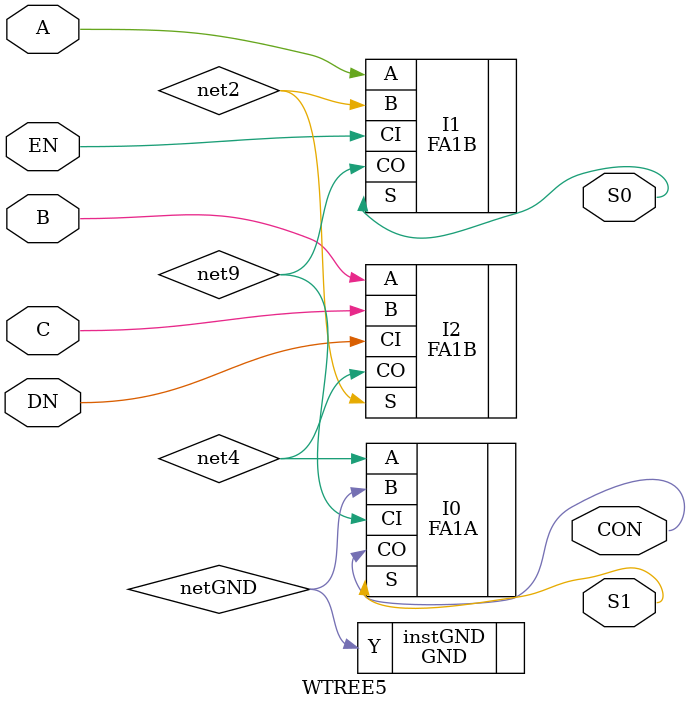
<source format=v>
`timescale 1 ns / 100 ps
module WTREE5( A, B, C, CON, DN, EN, S0, S1 );

input A, B, C, DN, EN;
output CON, S0, S1;










specify 
    specparam CDS_LIBNAME  = "3200DX";
    specparam CDS_CELLNAME = "WTREE5";
    specparam CDS_VIEWNAME = "schematic";
endspecify

GND instGND( .Y(netGND));
FA1B  I2( .S(net2), .A(B), .CO(net4), .B(C), .CI(DN));
FA1B  I1( .S(S0), .A(A), .CO(net9), .B(net2), .CI(EN));
FA1A  I0( .S(S1), .CO(CON), .A(net4), .B(netGND), .CI(net9));

endmodule

</source>
